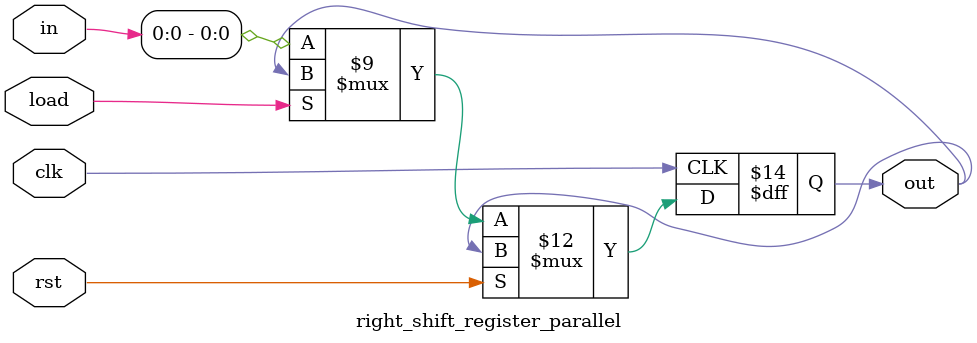
<source format=v>


module right_shift_register_parallel #(parameter WL = 4)
                            (input clk,rst,load,
                            input [WL - 1:0] in,
                            output reg out);
    
    reg [WL - 1:0] tmp;

    always @(posedge clk) begin
        if(rst) tmp <= 0;
        else
            if(load) tmp <= in;
            else begin
                tmp <= {tmp,in[WL-1:1]};
                out <= in[0];  
            end
    end
endmodule           
</source>
